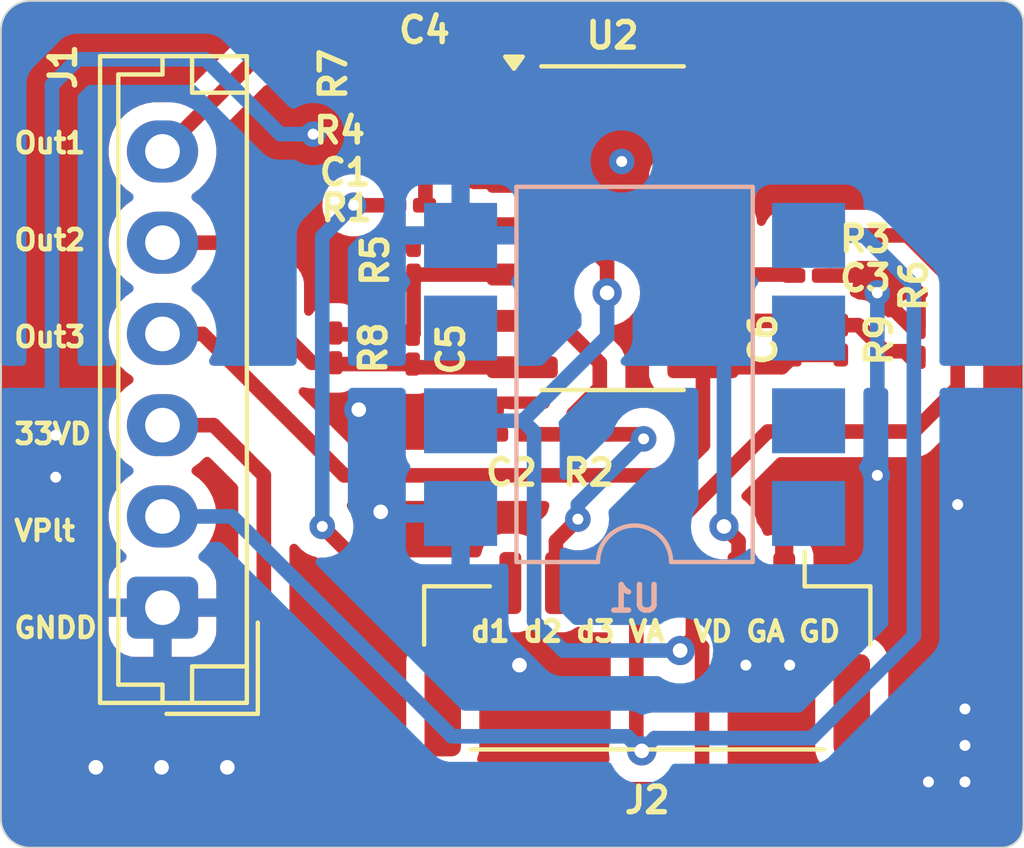
<source format=kicad_pcb>
(kicad_pcb (version 20240108) (generator "pcbnew") (generator_version "8.0")
  (layers (0 "F.Cu" signal) (31 "B.Cu" signal) (34 "B.Paste" user) (35 "F.Paste" user) (36 "B.SilkS" user "B.Silkscreen") (37 "F.SilkS" user "F.Silkscreen") (38 "B.Mask" user) (39 "F.Mask" user) (44 "Edge.Cuts" user))
  (net 0 "")
  (net 1 "GNDD")
  (net 2 "/Vin1+")
  (net 3 "/Vin2+")
  (net 4 "/Vin3+")
  (net 5 "/Out1")
  (net 6 "/Vin1-")
  (net 7 "/Out2")
  (net 8 "/Vin2-")
  (net 9 "/Out3")
  (net 10 "/Vin3-")
  (net 11 "+3.3VD")
  (net 12 "+3.3VA")
  (net 13 "GNDA")
  (net 15 "/data_in2")
  (net 16 "/data_in1")
  (net 25 "/data_in3")
  (footprint "Capacitor_SMD:C_0201_0603Metric_Pad0.64x0.40mm_HandSolder" (layer "F.Cu") (at 63.325 66.8925 -90)
    (property "Reference" "C6" (at -0.0175 0.85 90) (layer "F.SilkS") (effects (font (size 0.7 0.7))))
    (property "Value" "300p")
    (pad "1" smd roundrect (at -0.4075 0 270) (size 0.635 0.4) (layers "F.Cu" "F.Mask") (net 10 "/Vin3-"))
    (pad "2" smd roundrect (at 0.4075 0 270) (size 0.635 0.4) (layers "F.Cu" "F.Mask") (net 9 "/Out3"))
  )
  (footprint "Connector_JST:JST_EH_B6B-EH-A_1x06_P2.50mm_Vertical" (layer "F.Cu") (at 46.025 74.225 90)
    (property "Reference" "J1" (at 14.825 -2.725 90) (layer "F.SilkS") (effects (font (size 0.7 0.7))))
    (property "Value" "Conn_01x06")
    (fp_line (start 15.11 -1.71) (end -2.61 -1.71) (stroke (width 0.12)) (layer "F.SilkS"))
    (fp_line (start -2.61 -1.71) (end -2.61 2.31) (stroke (width 0.12)) (layer "F.SilkS"))
    (fp_line (start 14.61 -1.21) (end 14.61 0) (stroke (width 0.12)) (layer "F.SilkS"))
    (fp_line (start -2.11 -1.21) (end 14.61 -1.21) (stroke (width 0.12)) (layer "F.SilkS"))
    (fp_line (start 14.61 0) (end 15.11 0) (stroke (width 0.12)) (layer "F.SilkS"))
    (fp_line (start -2.11 0) (end -2.11 -1.21) (stroke (width 0.12)) (layer "F.SilkS"))
    (fp_line (start -2.61 0) (end -2.11 0) (stroke (width 0.12)) (layer "F.SilkS"))
    (fp_line (start -2.91 0.11) (end -2.91 2.61) (stroke (width 0.12)) (layer "F.SilkS"))
    (fp_line (start 15.11 0.81) (end 14.11 0.81) (stroke (width 0.12)) (layer "F.SilkS"))
    (fp_line (start 14.11 0.81) (end 14.11 2.31) (stroke (width 0.12)) (layer "F.SilkS"))
    (fp_line (start -1.61 0.81) (end -1.61 2.31) (stroke (width 0.12)) (layer "F.SilkS"))
    (fp_line (start -2.61 0.81) (end -1.61 0.81) (stroke (width 0.12)) (layer "F.SilkS"))
    (fp_line (start 15.11 2.31) (end 15.11 -1.71) (stroke (width 0.12)) (layer "F.SilkS"))
    (fp_line (start -2.61 2.31) (end 15.11 2.31) (stroke (width 0.12)) (layer "F.SilkS"))
    (fp_line (start -2.91 2.61) (end -0.41 2.61) (stroke (width 0.12)) (layer "F.SilkS"))
    (pad "1" thru_hole roundrect (at 0 0 90) (size 1.7 1.95) (drill 0.95) (layers "*.Cu" "*.Mask") (roundrect_rratio 0.147059) (net 1 "GNDD"))
    (pad "2" thru_hole oval (at 2.5 0 90) (size 1.7 1.95) (drill 0.95) (layers "*.Cu" "*.Mask") (net 12 "+3.3VA"))
    (pad "3" thru_hole oval (at 5 0 90) (size 1.7 1.95) (drill 0.95) (layers "*.Cu" "*.Mask") (net 11 "+3.3VD"))
    (pad "4" thru_hole oval (at 7.5 0 90) (size 1.7 1.95) (drill 0.95) (layers "*.Cu" "*.Mask") (net 9 "/Out3"))
    (pad "5" thru_hole oval (at 10 0 90) (size 1.7 1.95) (drill 0.95) (layers "*.Cu" "*.Mask") (net 7 "/Out2"))
    (pad "6" thru_hole oval (at 12.5 0 90) (size 1.7 1.95) (drill 0.95) (layers "*.Cu" "*.Mask") (net 5 "/Out1"))
  )
  (footprint "Resistor_SMD:R_0201_0603Metric_Pad0.64x0.40mm_HandSolder" (layer "F.Cu") (at 64.6 66.8925 -90)
    (property "Reference" "R9" (at 0 -1.05 90) (layer "F.SilkS") (effects (font (size 0.7 0.7))))
    (property "Value" "3.3k")
    (pad "1" smd roundrect (at -0.4075 0 270) (size 0.635 0.4) (layers "F.Cu" "F.Mask") (net 10 "/Vin3-"))
    (pad "2" smd roundrect (at 0.4075 0 270) (size 0.635 0.4) (layers "F.Cu" "F.Mask") (net 9 "/Out3"))
  )
  (footprint "Resistor_SMD:R_0201_0603Metric_Pad0.64x0.40mm_HandSolder" (layer "F.Cu") (at 52.7925 63.2)
    (property "Reference" "R1" (at -1.725 0.075 0) (layer "F.SilkS") (effects (font (size 0.7 0.7))))
    (property "Value" "1k")
    (pad "1" smd roundrect (at -0.4075 0) (size 0.635 0.4) (layers "F.Cu" "F.Mask") (net 16 "/data_in1"))
    (pad "2" smd roundrect (at 0.4075 0) (size 0.635 0.4) (layers "F.Cu" "F.Mask") (net 2 "/Vin1+"))
  )
  (footprint "Resistor_SMD:R_0201_0603Metric_Pad0.64x0.40mm_HandSolder" (layer "F.Cu") (at 51.75 59.6075 90)
    (property "Reference" "R7" (at 0 -1.05 90) (layer "F.SilkS") (effects (font (size 0.7 0.7))))
    (property "Value" "3.3k")
    (pad "1" smd roundrect (at -0.4075 0 90) (size 0.635 0.4) (layers "F.Cu" "F.Mask") (net 6 "/Vin1-"))
    (pad "2" smd roundrect (at 0.4075 0 90) (size 0.635 0.4) (layers "F.Cu" "F.Mask") (net 5 "/Out1"))
  )
  (footprint "Resistor_SMD:R_0201_0603Metric_Pad0.64x0.40mm_HandSolder" (layer "F.Cu") (at 66.725 66.9575 90)
    (property "Reference" "R6" (at 1.5575 -0.125 90) (layer "F.SilkS") (effects (font (size 0.7 0.7))))
    (property "Value" "1k")
    (pad "1" smd roundrect (at -0.4075 0 90) (size 0.635 0.4) (layers "F.Cu" "F.Mask") (net 10 "/Vin3-"))
    (pad "2" smd roundrect (at 0.4075 0 90) (size 0.635 0.4) (layers "F.Cu" "F.Mask") (net 1 "GNDD"))
  )
  (footprint "Resistor_SMD:R_0201_0603Metric_Pad0.64x0.40mm_HandSolder" (layer "F.Cu") (at 57.6925 69.475 180)
    (property "Reference" "R2" (at 0 -1.05 0) (layer "F.SilkS") (effects (font (size 0.7 0.7))))
    (property "Value" "1k")
    (pad "1" smd roundrect (at -0.4075 0 180) (size 0.635 0.4) (layers "F.Cu" "F.Mask") (net 15 "/data_in2"))
    (pad "2" smd roundrect (at 0.4075 0 180) (size 0.635 0.4) (layers "F.Cu" "F.Mask") (net 3 "/Vin2+"))
  )
  (footprint "Package_SO:SOIC-14_3.9x8.7mm_P1.27mm" (layer "F.Cu") (at 58.35 63.8275)
    (property "Reference" "U2" (at 0 -5.28 0) (layer "F.SilkS") (effects (font (size 0.7 0.7))))
    (property "Value" "~")
    (fp_line (start 0 -4.435) (end -1.95 -4.435) (stroke (width 0.12)) (layer "F.SilkS"))
    (fp_line (start 0 -4.435) (end 1.95 -4.435) (stroke (width 0.12)) (layer "F.SilkS"))
    (fp_line (start 0 4.435) (end -1.95 4.435) (stroke (width 0.12)) (layer "F.SilkS"))
    (fp_line (start 0 4.435) (end 1.95 4.435) (stroke (width 0.12)) (layer "F.SilkS"))
    (fp_poly (pts (xy -2.7 -4.37) (xy -2.94 -4.7) (xy -2.46 -4.7) (xy -2.7 -4.37)) (stroke (width 0.12)) (fill solid) (layer "F.SilkS"))
    (pad "1" smd roundrect (at -2.475 -3.81) (size 1.95 0.6) (layers "F.Cu" "F.Paste" "F.Mask") (net 5 "/Out1"))
    (pad "2" smd roundrect (at -2.475 -2.54) (size 1.95 0.6) (layers "F.Cu" "F.Paste" "F.Mask") (net 6 "/Vin1-"))
    (pad "3" smd roundrect (at -2.475 -1.27) (size 1.95 0.6) (layers "F.Cu" "F.Paste" "F.Mask") (net 2 "/Vin1+"))
    (pad "4" smd roundrect (at -2.475 0) (size 1.95 0.6) (layers "F.Cu" "F.Paste" "F.Mask") (net 11 "+3.3VD"))
    (pad "5" smd roundrect (at -2.475 1.27) (size 1.95 0.6) (layers "F.Cu" "F.Paste" "F.Mask") (net 8 "/Vin2-"))
    (pad "6" smd roundrect (at -2.475 2.54) (size 1.95 0.6) (layers "F.Cu" "F.Paste" "F.Mask") (net 3 "/Vin2+"))
    (pad "7" smd roundrect (at -2.475 3.81) (size 1.95 0.6) (layers "F.Cu" "F.Paste" "F.Mask") (net 7 "/Out2"))
    (pad "8" smd roundrect (at 2.475 3.81) (size 1.95 0.6) (layers "F.Cu" "F.Paste" "F.Mask") (net 9 "/Out3"))
    (pad "9" smd roundrect (at 2.475 2.54) (size 1.95 0.6) (layers "F.Cu" "F.Paste" "F.Mask") (net 10 "/Vin3-"))
    (pad "10" smd roundrect (at 2.475 1.27) (size 1.95 0.6) (layers "F.Cu" "F.Paste" "F.Mask") (net 4 "/Vin3+"))
    (pad "11" smd roundrect (at 2.475 0) (size 1.95 0.6) (layers "F.Cu" "F.Paste" "F.Mask") (net 1 "GNDD"))
    (pad "12" smd roundrect (at 2.475 -1.27) (size 1.95 0.6) (layers "F.Cu" "F.Paste" "F.Mask"))
    (pad "13" smd roundrect (at 2.475 -2.54) (size 1.95 0.6) (layers "F.Cu" "F.Paste" "F.Mask"))
    (pad "14" smd roundrect (at 2.475 -3.81) (size 1.95 0.6) (layers "F.Cu" "F.Paste" "F.Mask"))
  )
  (footprint "Capacitor_SMD:C_0201_0603Metric_Pad0.64x0.40mm_HandSolder" (layer "F.Cu") (at 52.8175 62.325 180)
    (property "Reference" "C1" (at 1.7925 0.025 0) (layer "F.SilkS") (effects (font (size 0.7 0.7))))
    (property "Value" "10n")
    (pad "1" smd roundrect (at -0.4075 0 180) (size 0.635 0.4) (layers "F.Cu" "F.Mask") (net 2 "/Vin1+"))
    (pad "2" smd roundrect (at 0.4075 0 180) (size 0.635 0.4) (layers "F.Cu" "F.Mask") (net 1 "GNDD"))
  )
  (footprint "Resistor_SMD:R_0201_0603Metric_Pad0.64x0.40mm_HandSolder" (layer "F.Cu") (at 50.75 67.1075 -90)
    (property "Reference" "R8" (at 0 -1.05 90) (layer "F.SilkS") (effects (font (size 0.7 0.7))))
    (property "Value" "3.3k")
    (pad "1" smd roundrect (at -0.4075 0 270) (size 0.635 0.4) (layers "F.Cu" "F.Mask") (net 8 "/Vin2-"))
    (pad "2" smd roundrect (at 0.4075 0 270) (size 0.635 0.4) (layers "F.Cu" "F.Mask") (net 7 "/Out2"))
  )
  (footprint "Connector_JST:JST_GH_BM07B-GHS-TBT_1x07-1MP_P1.25mm_Vertical" (layer "F.Cu") (at 59.3 75.5 180)
    (property "Reference" "J2" (at 0 -4 0) (layer "F.SilkS") (effects (font (size 0.7 0.7))))
    (property "Value" "Conn_01x07_MountingPin")
    (fp_line (start 6.11 1.86) (end 4.31 1.86) (stroke (width 0.12)) (layer "F.SilkS"))
    (fp_line (start 6.11 0.26) (end 6.11 1.86) (stroke (width 0.12)) (layer "F.SilkS"))
    (fp_line (start -4.31 1.86) (end -4.31 2.8) (stroke (width 0.12)) (layer "F.SilkS"))
    (fp_line (start -4.84 -2.61) (end 4.84 -2.61) (stroke (width 0.12)) (layer "F.SilkS"))
    (fp_line (start -6.11 1.86) (end -4.31 1.86) (stroke (width 0.12)) (layer "F.SilkS"))
    (fp_line (start -6.11 0.26) (end -6.11 1.86) (stroke (width 0.12)) (layer "F.SilkS"))
    (pad "1" smd roundrect (at -3.75 1.95 180) (size 0.6 1.7) (layers "F.Cu" "F.Paste" "F.Mask") (net 1 "GNDD"))
    (pad "2" smd roundrect (at -2.5 1.95 180) (size 0.6 1.7) (layers "F.Cu" "F.Paste" "F.Mask") (net 13 "GNDA"))
    (pad "3" smd roundrect (at -1.25 1.95 180) (size 0.6 1.7) (layers "F.Cu" "F.Paste" "F.Mask") (net 11 "+3.3VD"))
    (pad "4" smd roundrect (at 0 1.95 180) (size 0.6 1.7) (layers "F.Cu" "F.Paste" "F.Mask") (net 12 "+3.3VA"))
    (pad "5" smd roundrect (at 1.25 1.95 180) (size 0.6 1.7) (layers "F.Cu" "F.Paste" "F.Mask") (net 25 "/data_in3"))
    (pad "6" smd roundrect (at 2.5 1.95 180) (size 0.6 1.7) (layers "F.Cu" "F.Paste" "F.Mask") (net 15 "/data_in2"))
    (pad "7" smd roundrect (at 3.75 1.95 180) (size 0.6 1.7) (layers "F.Cu" "F.Paste" "F.Mask") (net 16 "/data_in1"))
    (pad "MP" smd roundrect (at -5.6 -1.4 180) (size 1 2.8) (layers "F.Cu" "F.Paste" "F.Mask"))
    (pad "MP" smd roundrect (at 5.6 -1.4 180) (size 1 2.8) (layers "F.Cu" "F.Paste" "F.Mask"))
  )
  (footprint "Capacitor_SMD:C_0201_0603Metric_Pad0.64x0.40mm_HandSolder" (layer "F.Cu") (at 52.875 67.1425 -90)
    (property "Reference" "C5" (at 0 -1.05 90) (layer "F.SilkS") (effects (font (size 0.7 0.7))))
    (property "Value" "300p")
    (pad "1" smd roundrect (at -0.4075 0 270) (size 0.635 0.4) (layers "F.Cu" "F.Mask") (net 8 "/Vin2-"))
    (pad "2" smd roundrect (at 0.4075 0 270) (size 0.635 0.4) (layers "F.Cu" "F.Mask") (net 7 "/Out2"))
  )
  (footprint "Capacitor_SMD:C_0201_0603Metric_Pad0.64x0.40mm_HandSolder" (layer "F.Cu") (at 55.5825 69.475 180)
    (property "Reference" "C2" (at 0 -1.05 0) (layer "F.SilkS") (effects (font (size 0.7 0.7))))
    (property "Value" "10n")
    (pad "1" smd roundrect (at -0.4075 0 180) (size 0.635 0.4) (layers "F.Cu" "F.Mask") (net 3 "/Vin2+"))
    (pad "2" smd roundrect (at 0.4075 0 180) (size 0.635 0.4) (layers "F.Cu" "F.Mask") (net 1 "GNDD"))
  )
  (footprint "Capacitor_SMD:C_0201_0603Metric_Pad0.64x0.40mm_HandSolder" (layer "F.Cu") (at 53.25 59.6 90)
    (property "Reference" "C4" (at 1.2 -0.05 180) (layer "F.SilkS") (effects (font (size 0.7 0.7))))
    (property "Value" "300p")
    (pad "1" smd roundrect (at -0.4075 0 90) (size 0.635 0.4) (layers "F.Cu" "F.Mask") (net 6 "/Vin1-"))
    (pad "2" smd roundrect (at 0.4075 0 90) (size 0.635 0.4) (layers "F.Cu" "F.Mask") (net 5 "/Out1"))
  )
  (footprint "Resistor_SMD:R_0201_0603Metric_Pad0.64x0.40mm_HandSolder" (layer "F.Cu") (at 52.9 64.7075 90)
    (property "Reference" "R5" (at 0 -1.05 90) (layer "F.SilkS") (effects (font (size 0.7 0.7))))
    (property "Value" "1k")
    (pad "1" smd roundrect (at -0.4075 0 90) (size 0.635 0.4) (layers "F.Cu" "F.Mask") (net 8 "/Vin2-"))
    (pad "2" smd roundrect (at 0.4075 0 90) (size 0.635 0.4) (layers "F.Cu" "F.Mask") (net 1 "GNDD"))
  )
  (footprint "Resistor_SMD:R_0201_0603Metric_Pad0.64x0.40mm_HandSolder" (layer "F.Cu") (at 52.8175 61.3 180)
    (property "Reference" "R4" (at 1.9425 0.15 0) (layer "F.SilkS") (effects (font (size 0.7 0.7))))
    (property "Value" "1k")
    (pad "1" smd roundrect (at -0.4075 0 180) (size 0.635 0.4) (layers "F.Cu" "F.Mask") (net 6 "/Vin1-"))
    (pad "2" smd roundrect (at 0.4075 0 180) (size 0.635 0.4) (layers "F.Cu" "F.Mask") (net 1 "GNDD"))
  )
  (footprint "Resistor_SMD:R_0201_0603Metric_Pad0.64x0.40mm_HandSolder" (layer "F.Cu") (at 63.7175 64.025 180)
    (property "Reference" "R3" (at -1.5575 -0.1 0) (layer "F.SilkS") (effects (font (size 0.7 0.7))))
    (property "Value" "1k")
    (pad "1" smd roundrect (at -0.4075 0 180) (size 0.635 0.4) (layers "F.Cu" "F.Mask") (net 25 "/data_in3"))
    (pad "2" smd roundrect (at 0.4075 0 180) (size 0.635 0.4) (layers "F.Cu" "F.Mask") (net 4 "/Vin3+"))
  )
  (footprint "Capacitor_SMD:C_0201_0603Metric_Pad0.64x0.40mm_HandSolder" (layer "F.Cu") (at 63.7175 65.125)
    (property "Reference" "C3" (at 1.5575 0.075 180) (layer "F.SilkS") (effects (font (size 0.7 0.7))))
    (property "Value" "10n")
    (pad "1" smd roundrect (at -0.4075 0) (size 0.635 0.4) (layers "F.Cu" "F.Mask") (net 4 "/Vin3+"))
    (pad "2" smd roundrect (at 0.4075 0) (size 0.635 0.4) (layers "F.Cu" "F.Mask") (net 1 "GNDD"))
  )
  (footprint "Package_DIP:SMDIP-8_W9.53mm" (layer "B.Cu") (at 58.9525 67.835)
    (property "Reference" "U1" (at 0 6.14 0) (layer "B.SilkS") (effects (font (size 0.7 0.7)) (justify mirror)))
    (property "Value" "~" (hide yes))
    (fp_line (start -3.235 -5.14) (end -3.235 5.14) (stroke (width 0.12)) (layer "B.SilkS"))
    (fp_line (start -3.235 5.14) (end -1 5.14) (stroke (width 0.12)) (layer "B.SilkS"))
    (fp_line (start 1 5.14) (end 3.235 5.14) (stroke (width 0.12)) (layer "B.SilkS"))
    (fp_line (start 3.235 -5.14) (end -3.235 -5.14) (stroke (width 0.12)) (layer "B.SilkS"))
    (fp_line (start 3.235 5.14) (end 3.235 -5.14) (stroke (width 0.12)) (layer "B.SilkS"))
    (fp_arc (start -1 5.14) (mid 0 4.14) (end 1 5.14) (stroke (width 0.12)) (layer "B.SilkS"))
    (pad "1" smd rect (at -4.765 3.81) (size 2 1.78) (layers "B.Cu" "B.Paste" "B.Mask") (net 1 "GNDD"))
    (pad "2" smd rect (at -4.765 1.27) (size 2 1.78) (layers "B.Cu" "B.Paste" "B.Mask") (net 11 "+3.3VD"))
    (pad "3" smd rect (at -4.765 -1.27) (size 2 1.78) (layers "B.Cu" "B.Paste" "B.Mask"))
    (pad "4" smd rect (at -4.765 -3.81) (size 2 1.78) (layers "B.Cu" "B.Paste" "B.Mask") (net 13 "GNDA"))
    (pad "5" smd rect (at 4.765 -3.81) (size 2 1.78) (layers "B.Cu" "B.Paste" "B.Mask") (net 12 "+3.3VA"))
    (pad "6" smd rect (at 4.765 -1.27) (size 2 1.78) (layers "B.Cu" "B.Paste" "B.Mask"))
    (pad "7" smd rect (at 4.765 1.27) (size 2 1.78) (layers "B.Cu" "B.Paste" "B.Mask"))
    (pad "8" smd rect (at 4.765 3.81) (size 2 1.78) (layers "B.Cu" "B.Paste" "B.Mask"))
  )
  (gr_arc (start 69.6 80.2) (mid 69.424264 80.624264) (end 69 80.8) (stroke (width 0.05)) (layer "Edge.Cuts"))
  (gr_arc (start 69 57.6) (mid 69.424264 57.775736) (end 69.6 58.2) (stroke (width 0.05)) (layer "Edge.Cuts"))
  (gr_arc (start 41.6 58.4) (mid 41.834315 57.834315) (end 42.4 57.6) (stroke (width 0.05)) (layer "Edge.Cuts"))
  (gr_line (start 69.6 80.2) (end 69.6 58.2) (stroke (width 0.05)) (layer "Edge.Cuts"))
  (gr_line (start 41.6 80) (end 41.6 58.4) (stroke (width 0.05)) (layer "Edge.Cuts"))
  (gr_arc (start 42.4 80.8) (mid 41.834315 80.565685) (end 41.6 80) (stroke (width 0.05)) (layer "Edge.Cuts"))
  (gr_line (start 69 57.6) (end 42.4 57.6) (stroke (width 0.05)) (layer "Edge.Cuts"))
  (gr_line (start 42.4 80.8) (end 69 80.8) (stroke (width 0.05)) (layer "Edge.Cuts"))
  (gr_text "VD GA GD" (at 60.5 75.2 0) (layer "F.SilkS") (effects (font (size 0.55 0.55) (thickness 0.13) (bold yes)) (justify left bottom)))
  (gr_text "Out1\n\n\nOut2\n\n\nOut3\n\n\n33VD\n\n\nVPlt\n\n\nGNDD" (at 41.9 75.1 0) (layer "F.SilkS") (effects (font (size 0.55 0.55) (thickness 0.13) (bold yes)) (justify left bottom)))
  (gr_text "d1 d2 d3 VA" (at 54.4 75.2 0) (layer "F.SilkS") (effects (font (size 0.55 0.55) (thickness 0.1375)) (justify left bottom)))
  (segment (start 58.6 62) (end 58.6 63.2) (width 0.4) (layer "F.Cu") (net 1))
  (segment (start 52.9 64.3) (end 51.9 64.3) (width 0.4) (layer "F.Cu") (net 1))
  (segment (start 51.6 61.515) (end 51.6 61.3) (width 0.4) (layer "F.Cu") (net 1))
  (segment (start 52.41 62.325) (end 51.6 61.515) (width 0.4) (layer "F.Cu") (net 1))
  (segment (start 51.6 61.3) (end 50.2 61.3) (width 0.4) (layer "F.Cu") (net 1))
  (segment (start 50.2 61.3) (end 50.15 61.25) (width 0.4) (layer "F.Cu") (net 1))
  (segment (start 65.125 65.125) (end 65.6 65.6) (width 0.4) (layer "F.Cu") (net 1))
  (segment (start 65.6 70.6) (end 66.4 71.4) (width 0.4) (layer "F.Cu") (net 1))
  (segment (start 66.725 66.55) (end 66.725 66.075) (width 0.4) (layer "F.Cu") (net 1))
  (segment (start 59.2275 63.8275) (end 60.825 63.8275) (width 0.4) (layer "F.Cu") (net 1))
  (segment (start 66.55 66.55) (end 65.6 65.6) (width 0.4) (layer "F.Cu") (net 1))
  (segment (start 66.4 71.4) (end 67.8 71.4) (width 0.4) (layer "F.Cu") (net 1))
  (segment (start 66.725 66.55) (end 66.55 66.55) (width 0.4) (layer "F.Cu") (net 1))
  (segment (start 58.6 63.2) (end 59.2275 63.8275) (width 0.4) (layer "F.Cu") (net 1))
  (segment (start 52.41 61.3) (end 51.6 61.3) (width 0.4) (layer "F.Cu") (net 1))
  (segment (start 64.125 65.125) (end 65.125 65.125) (width 0.4) (layer "F.Cu") (net 1))
  (via (at 68 77) (size 0.6) (drill 0.3) (layers "F.Cu" "B.Cu") (net 1))
  (via (at 51.4 68.8) (size 0.8) (drill 0.4) (layers "F.Cu" "B.Cu") (net 1))
  (via (at 58.6 62) (size 0.7) (drill 0.3) (layers "F.Cu" "B.Cu") (net 1))
  (via (at 47.8 78.6) (size 0.8) (drill 0.4) (layers "F.Cu" "B.Cu") (net 1))
  (via (at 52 71.6) (size 0.8) (drill 0.4) (layers "F.Cu" "B.Cu") (net 1))
  (via (at 43.1 70.65) (size 0.7) (drill 0.3) (layers "F.Cu" "B.Cu") (net 1))
  (via (at 65.6 70.6) (size 0.7) (drill 0.3) (layers "F.Cu" "B.Cu") (net 1))
  (via (at 44.2 78.6) (size 0.8) (drill 0.4) (layers "F.Cu" "B.Cu") (net 1))
  (via (at 68 79) (size 0.6) (drill 0.3) (layers "F.Cu" "B.Cu") (net 1))
  (via (at 55.8 75.8) (size 0.8) (drill 0.4) (layers "F.Cu" "B.Cu") (net 1))
  (via (at 62 75.8) (size 0.7) (drill 0.3) (layers "F.Cu" "B.Cu") (net 1))
  (via (at 67.8 71.4) (size 0.7) (drill 0.3) (layers "F.Cu" "B.Cu") (net 1))
  (via (at 46 78.6) (size 0.8) (drill 0.4) (layers "F.Cu" "B.Cu") (net 1))
  (via (at 43.1 69.5) (size 0.7) (drill 0.3) (layers "F.Cu" "B.Cu") (net 1))
  (via (at 65.6 65.6) (size 0.7) (drill 0.3) (layers "F.Cu" "B.Cu") (net 1))
  (via (at 67 79) (size 0.6) (drill 0.3) (layers "F.Cu" "B.Cu") (net 1))
  (via (at 50.15 61.25) (size 0.7) (drill 0.3) (layers "F.Cu" "B.Cu") (net 1))
  (via (at 68 78) (size 0.6) (drill 0.3) (layers "F.Cu" "B.Cu") (net 1))
  (via (at 63.2 75.8) (size 0.7) (drill 0.3) (layers "F.Cu" "B.Cu") (net 1))
  (segment (start 43 59.9) (end 43 69.4) (width 0.4) (layer "B.Cu") (net 1))
  (segment (start 62 75.8) (end 61 76.8) (width 0.4) (layer "B.Cu") (net 1))
  (segment (start 50.15 61.25) (end 49.25 61.25) (width 0.4) (layer "B.Cu") (net 1))
  (segment (start 43.7 59.2) (end 43 59.9) (width 0.4) (layer "B.Cu") (net 1))
  (segment (start 47.2 59.2) (end 43.7 59.2) (width 0.4) (layer "B.Cu") (net 1))
  (segment (start 43 69.4) (end 43.1 69.5) (width 0.4) (layer "B.Cu") (net 1))
  (segment (start 61 76.8) (end 56.8 76.8) (width 0.4) (layer "B.Cu") (net 1))
  (segment (start 65.6 65.6) (end 65.6 70.6) (width 0.4) (layer "B.Cu") (net 1))
  (segment (start 56.8 76.8) (end 55.8 75.8) (width 0.4) (layer "B.Cu") (net 1))
  (segment (start 49.25 61.25) (end 47.2 59.2) (width 0.4) (layer "B.Cu") (net 1))
  (segment (start 54.325 62.325) (end 53.225 62.325) (width 0.4) (layer "F.Cu") (net 2))
  (segment (start 53.225 63.175) (end 53.2 63.2) (width 0.4) (layer "F.Cu") (net 2))
  (segment (start 54.5575 62.5575) (end 54.325 62.325) (width 0.4) (layer "F.Cu") (net 2))
  (segment (start 53.225 62.325) (end 53.225 63.175) (width 0.4) (layer "F.Cu") (net 2))
  (segment (start 55.875 62.5575) (end 54.5575 62.5575) (width 0.4) (layer "F.Cu") (net 2))
  (segment (start 57.285 69.475) (end 55.99 69.475) (width 0.4) (layer "F.Cu") (net 3))
  (segment (start 57.285 68.915) (end 57.285 69.475) (width 0.4) (layer "F.Cu") (net 3))
  (segment (start 56.849999 66.3675) (end 58 67.517501) (width 0.4) (layer "F.Cu") (net 3))
  (segment (start 58 67.517501) (end 58 68.2) (width 0.4) (layer "F.Cu") (net 3))
  (segment (start 58 68.2) (end 57.285 68.915) (width 0.4) (layer "F.Cu") (net 3))
  (segment (start 55.875 66.3675) (end 56.849999 66.3675) (width 0.4) (layer "F.Cu") (net 3))
  (segment (start 63.31 65.125) (end 63.31 64.025) (width 0.4) (layer "F.Cu") (net 4))
  (segment (start 60.825 65.0975) (end 63.2825 65.0975) (width 0.4) (layer "F.Cu") (net 4))
  (segment (start 63.2825 65.0975) (end 63.31 65.125) (width 0.4) (layer "F.Cu") (net 4))
  (segment (start 55.05 59.1925) (end 53.25 59.1925) (width 0.4) (layer "F.Cu") (net 5))
  (segment (start 51.7575 59.1925) (end 51.75 59.2) (width 0.4) (layer "F.Cu") (net 5))
  (segment (start 53.25 59.1925) (end 51.7575 59.1925) (width 0.4) (layer "F.Cu") (net 5))
  (segment (start 55.875 60.0175) (end 55.05 59.1925) (width 0.4) (layer "F.Cu") (net 5))
  (segment (start 51.75 59.2) (end 48.55 59.2) (width 0.4) (layer "F.Cu") (net 5))
  (segment (start 48.55 59.2) (end 46.025 61.725) (width 0.4) (layer "F.Cu") (net 5))
  (segment (start 55.875 61.2875) (end 53.2375 61.2875) (width 0.4) (layer "F.Cu") (net 6))
  (segment (start 53.225 60.0325) (end 53.25 60.0075) (width 0.4) (layer "F.Cu") (net 6))
  (segment (start 53.225 61.3) (end 53.225 60.0325) (width 0.4) (layer "F.Cu") (net 6))
  (segment (start 51.7575 60.0075) (end 51.75 60.015) (width 0.4) (layer "F.Cu") (net 6))
  (segment (start 53.25 60.0075) (end 51.7575 60.0075) (width 0.4) (layer "F.Cu") (net 6))
  (segment (start 53.2375 61.2875) (end 53.225 61.3) (width 0.4) (layer "F.Cu") (net 6))
  (segment (start 50.75 67.515) (end 50.115 67.515) (width 0.4) (layer "F.Cu") (net 7))
  (segment (start 52.875 67.55) (end 50.785 67.55) (width 0.4) (layer "F.Cu") (net 7))
  (segment (start 48.025 64.225) (end 46.025 64.225) (width 0.4) (layer "F.Cu") (net 7))
  (segment (start 49.2 66.6) (end 49.2 65.4) (width 0.4) (layer "F.Cu") (net 7))
  (segment (start 49.2 65.4) (end 48.025 64.225) (width 0.4) (layer "F.Cu") (net 7))
  (segment (start 50.785 67.55) (end 50.75 67.515) (width 0.4) (layer "F.Cu") (net 7))
  (segment (start 52.9625 67.6375) (end 52.875 67.55) (width 0.4) (layer "F.Cu") (net 7))
  (segment (start 50.115 67.515) (end 49.2 66.6) (width 0.4) (layer "F.Cu") (net 7))
  (segment (start 55.875 67.6375) (end 52.9625 67.6375) (width 0.4) (layer "F.Cu") (net 7))
  (segment (start 55.875 65.0975) (end 52.9175 65.0975) (width 0.4) (layer "F.Cu") (net 8))
  (segment (start 52.875 66.735) (end 50.785 66.735) (width 0.4) (layer "F.Cu") (net 8))
  (segment (start 52.9 66.71) (end 52.875 66.735) (width 0.4) (layer "F.Cu") (net 8))
  (segment (start 52.9 65.115) (end 52.9 66.71) (width 0.4) (layer "F.Cu") (net 8))
  (segment (start 52.9175 65.0975) (end 52.9 65.115) (width 0.4) (layer "F.Cu") (net 8))
  (segment (start 50.785 66.735) (end 50.75 66.7) (width 0.4) (layer "F.Cu") (net 8))
  (segment (start 60.825 67.6375) (end 62.9875 67.6375) (width 0.4) (layer "F.Cu") (net 9))
  (segment (start 51 70.6) (end 47.125 66.725) (width 0.4) (layer "F.Cu") (net 9))
  (segment (start 47.125 66.725) (end 46.025 66.725) (width 0.4) (layer "F.Cu") (net 9))
  (segment (start 60.825 69.775) (end 60 70.6) (width 0.4) (layer "F.Cu") (net 9))
  (segment (start 60.825 67.6375) (end 60.825 69.775) (width 0.4) (layer "F.Cu") (net 9))
  (segment (start 60 70.6) (end 51 70.6) (width 0.4) (layer "F.Cu") (net 9))
  (segment (start 64.6 67.3) (end 63.325 67.3) (width 0.4) (layer "F.Cu") (net 9))
  (segment (start 62.9875 67.6375) (end 63.325 67.3) (width 0.4) (layer "F.Cu") (net 9))
  (segment (start 60.825 66.3675) (end 63.2075 66.3675) (width 0.4) (layer "F.Cu") (net 10))
  (segment (start 63.2075 66.3675) (end 63.325 66.485) (width 0.4) (layer "F.Cu") (net 10))
  (segment (start 63.325 66.485) (end 64.6 66.485) (width 0.4) (layer "F.Cu") (net 10))
  (segment (start 65.8 67.2) (end 65.085 66.485) (width 0.4) (layer "F.Cu") (net 10))
  (segment (start 66.725 67.365) (end 66.512622 67.365) (width 0.4) (layer "F.Cu") (net 10))
  (segment (start 66.512622 67.365) (end 66.347622 67.2) (width 0.4) (layer "F.Cu") (net 10))
  (segment (start 65.085 66.485) (end 64.6 66.485) (width 0.4) (layer "F.Cu") (net 10))
  (segment (start 66.347622 67.2) (end 65.8 67.2) (width 0.4) (layer "F.Cu") (net 10))
  (segment (start 48.8 77.2) (end 48.8 70.6) (width 0.4) (layer "F.Cu") (net 11))
  (segment (start 48.8 70.6) (end 47.425 69.225) (width 0.4) (layer "F.Cu") (net 11))
  (segment (start 60.8 75.3) (end 60.8 78.6) (width 0.4) (layer "F.Cu") (net 11))
  (segment (start 58.2 64.8) (end 57.2275 63.8275) (width 0.4) (layer "F.Cu") (net 11))
  (segment (start 47.425 69.225) (end 46.025 69.225) (width 0.4) (layer "F.Cu") (net 11))
  (segment (start 57.2275 63.8275) (end 55.875 63.8275) (width 0.4) (layer "F.Cu") (net 11))
  (segment (start 60.2 79.2) (end 50.8 79.2) (width 0.4) (layer "F.Cu") (net 11))
  (segment (start 60.2 75.4) (end 60.55 75.05) (width 0.4) (layer "F.Cu") (net 11))
  (segment (start 60.55 75.05) (end 60.8 75.3) (width 0.4) (layer "F.Cu") (net 11))
  (segment (start 60.55 75.05) (end 60.55 73.55) (width 0.4) (layer "F.Cu") (net 11))
  (segment (start 58.2 65.6) (end 58.2 64.8) (width 0.4) (layer "F.Cu") (net 11))
  (segment (start 60.8 78.6) (end 60.2 79.2) (width 0.4) (layer "F.Cu") (net 11))
  (segment (start 50.8 79.2) (end 48.8 77.2) (width 0.4) (layer "F.Cu") (net 11))
  (via (at 60.2 75.4) (size 0.8) (drill 0.4) (layers "F.Cu" "B.Cu") (net 11))
  (via (at 58.2 65.6) (size 0.8) (drill 0.4) (layers "F.Cu" "B.Cu") (net 11))
  (segment (start 56.2 69.41) (end 55.895 69.105) (width 0.4) (layer "B.Cu") (net 11))
  (segment (start 54.1875 69.105) (end 55.895 69.105) (width 0.4) (layer "B.Cu") (net 11))
  (segment (start 57 75.4) (end 56.2 74.6) (width 0.4) (layer "B.Cu") (net 11))
  (segment (start 60.2 75.4) (end 57 75.4) (width 0.4) (layer "B.Cu") (net 11))
  (segment (start 58.2 66.8) (end 55.895 69.105) (width 0.4) (layer "B.Cu") (net 11))
  (segment (start 56.2 74.6) (end 56.2 69.41) (width 0.4) (layer "B.Cu") (net 11))
  (segment (start 58.2 65.6) (end 58.2 66.8) (width 0.4) (layer "B.Cu") (net 11))
  (segment (start 59.15 78.15) (end 59 78) (width 0.4) (layer "F.Cu") (net 12))
  (segment (start 59 73.85) (end 59.3 73.55) (width 0.4) (layer "F.Cu") (net 12))
  (segment (start 59 78) (end 59 73.85) (width 0.4) (layer "F.Cu") (net 12))
  (via (at 59.15 78.15) (size 0.8) (drill 0.4) (layers "F.Cu" "B.Cu") (net 12))
  (segment (start 63.8 77.8) (end 66.6 75) (width 0.4) (layer "B.Cu") (net 12))
  (segment (start 65.225 64.025) (end 63.7175 64.025) (width 0.4) (layer "B.Cu") (net 12))
  (segment (start 66.6 75) (end 66.6 65.4) (width 0.4) (layer "B.Cu") (net 12))
  (segment (start 53.95 77.75) (end 47.925 71.725) (width 0.4) (layer "B.Cu") (net 12))
  (segment (start 59.5 77.8) (end 63.8 77.8) (width 0.4) (layer "B.Cu") (net 12))
  (segment (start 47.925 71.725) (end 46.025 71.725) (width 0.4) (layer "B.Cu") (net 12))
  (segment (start 58.75 77.75) (end 53.95 77.75) (width 0.4) (layer "B.Cu") (net 12))
  (segment (start 59.15 78.15) (end 58.75 77.75) (width 0.4) (layer "B.Cu") (net 12))
  (segment (start 59.15 78.15) (end 59.5 77.8) (width 0.4) (layer "B.Cu") (net 12))
  (segment (start 66.6 65.4) (end 65.225 64.025) (width 0.4) (layer "B.Cu") (net 12))
  (segment (start 61.8 72.4) (end 61.8 73.55) (width 0.4) (layer "F.Cu") (net 13))
  (segment (start 61.4 72) (end 61.8 72.4) (width 0.4) (layer "F.Cu") (net 13))
  (via (at 61.4 72) (size 0.8) (drill 0.4) (layers "F.Cu" "B.Cu") (net 13))
  (segment (start 61.4 72) (end 61.4 66.8) (width 0.4) (layer "B.Cu") (net 13))
  (segment (start 61.4 66.8) (end 58.625 64.025) (width 0.4) (layer "B.Cu") (net 13))
  (segment (start 58.625 64.025) (end 54.1875 64.025) (width 0.4) (layer "B.Cu") (net 13))
  (segment (start 58.1 69.475) (end 59.075 69.475) (width 0.4) (layer "F.Cu") (net 15))
  (segment (start 56.8 73.55) (end 56.8 72.4) (width 0.4) (layer "F.Cu") (net 15))
  (segment (start 56.8 72.4) (end 57.4 71.8) (width 0.4) (layer "F.Cu") (net 15))
  (segment (start 59.075 69.475) (end 59.2 69.6) (width 0.4) (layer "F.Cu") (net 15))
  (via (at 59.2 69.6) (size 0.7) (drill 0.3) (layers "F.Cu" "B.Cu") (net 15))
  (via (at 57.4 71.8) (size 0.7) (drill 0.3) (layers "F.Cu" "B.Cu") (net 15))
  (segment (start 57.4 71.4) (end 59.2 69.6) (width 0.4) (layer "B.Cu") (net 15))
  (segment (start 57.4 71.8) (end 57.4 71.4) (width 0.4) (layer "B.Cu") (net 15))
  (segment (start 50.4 72) (end 51.95 73.55) (width 0.4) (layer "F.Cu") (net 16))
  (segment (start 51.256879 63.2) (end 52.385 63.2) (width 0.4) (layer "F.Cu") (net 16))
  (segment (start 51.95 73.55) (end 55.55 73.55) (width 0.4) (layer "F.Cu") (net 16))
  (via (at 50.4 72) (size 0.7) (drill 0.3) (layers "F.Cu" "B.Cu") (net 16))
  (via (at 51.256879 63.2) (size 0.7) (drill 0.3) (layers "F.Cu" "B.Cu") (net 16))
  (segment (start 51.256879 63.2) (end 50.4 64.056879) (width 0.4) (layer "B.Cu") (net 16))
  (segment (start 50.4 64.056879) (end 50.4 72) (width 0.4) (layer "B.Cu") (net 16))
  (segment (start 66.425 64.025) (end 64.125 64.025) (width 0.4) (layer "F.Cu") (net 25))
  (segment (start 58.750001 72) (end 60 72) (width 0.4) (layer "F.Cu") (net 25))
  (segment (start 66.6 69.4) (end 67.8 68.2) (width 0.4) (layer "F.Cu") (net 25))
  (segment (start 60 72) (end 62.6 69.4) (width 0.4) (layer "F.Cu") (net 25))
  (segment (start 58.05 73.55) (end 58.05 72.700001) (width 0.4) (layer "F.Cu") (net 25))
  (segment (start 62.6 69.4) (end 66.6 69.4) (width 0.4) (layer "F.Cu") (net 25))
  (segment (start 58.05 72.700001) (end 58.750001 72) (width 0.4) (layer "F.Cu") (net 25))
  (segment (start 67.8 65.4) (end 66.425 64.025) (width 0.4) (layer "F.Cu") (net 25))
  (segment (start 67.8 68.2) (end 67.8 65.4) (width 0.4) (layer "F.Cu") (net 25))
  (zone (net 1) (net_name "GNDD") (layer "F.Cu") (connect_pads (clearance 0.5)) (min_thickness 0.25) (fill yes (thermal_gap 0.5) (thermal_bridge_width 0.5))
    (polygon (pts (xy 69.6 57.7) (xy 69.6 80.825) (xy 41.625 80.825) (xy 41.625 57.675) (xy 69.575 57.675)))
  )
  (zone (net 1) (net_name "GNDD") (layer "B.Cu") (priority 2) (connect_pads (clearance 0.5)) (min_thickness 0.25) (fill yes (thermal_gap 0.5) (thermal_bridge_width 0.5))
    (polygon (pts (xy 69.6 80.8) (xy 69.6 68.2) (xy 41.6 68.2) (xy 41.6 80.8)))
  )
  (zone (net 13) (net_name "GNDA") (layer "B.Cu") (priority 1) (connect_pads (clearance 0.5)) (min_thickness 0.25) (fill yes (thermal_gap 0.5) (thermal_bridge_width 0.5))
    (polygon (pts (xy 69.6 57.6) (xy 69.6 67.6) (xy 41.6 67.6) (xy 41.6 57.6)))
  )
)
</source>
